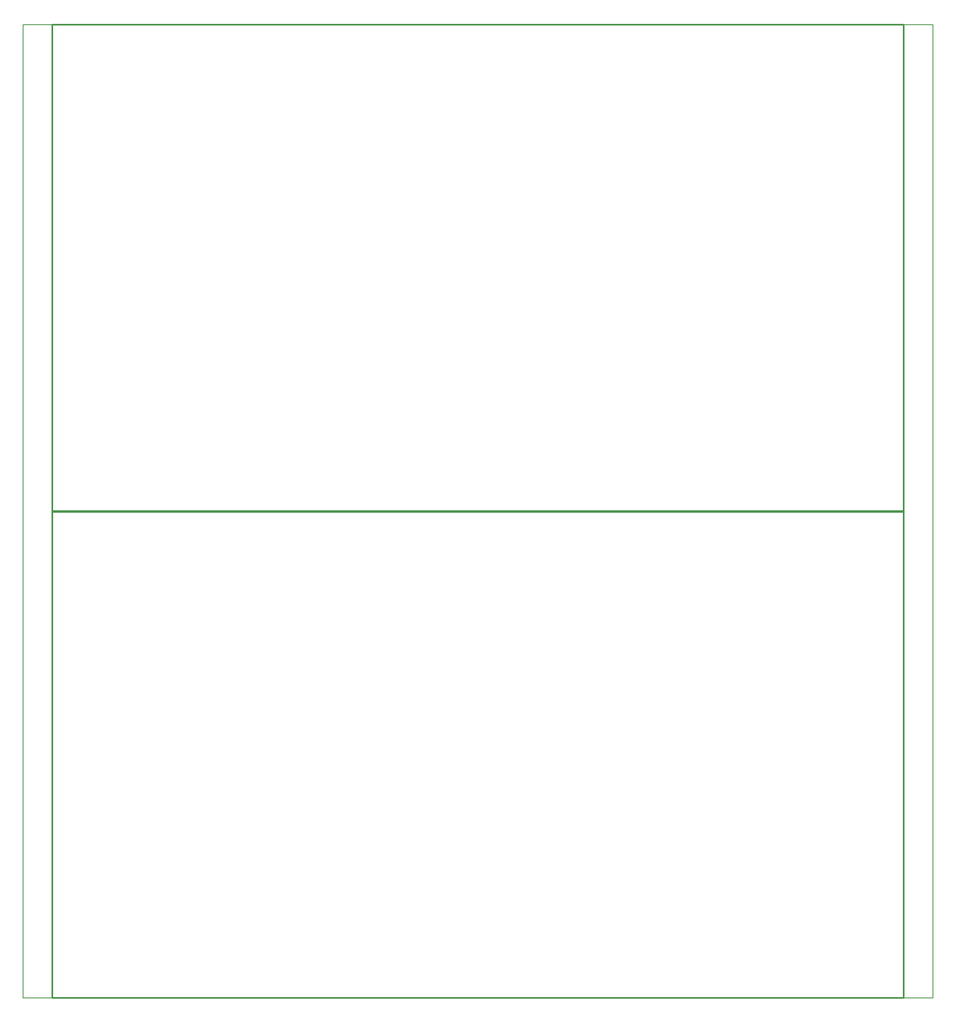
<source format=gko>
%FSLAX44Y44*%
%MOMM*%
G71*
G01*
G75*
G04 Layer_Color=16711935*
%ADD10C,1.5000*%
%ADD11R,5.2500X1.0000*%
%ADD12R,1.0000X0.9000*%
%ADD13R,0.9000X1.0000*%
%ADD14R,1.3000X0.6000*%
%ADD15R,2.0000X2.2000*%
%ADD16R,1.0000X1.6000*%
%ADD17R,1.8000X1.6000*%
%ADD18R,4.0000X3.0000*%
%ADD19R,10.4000X10.5000*%
%ADD20R,3.5000X1.1000*%
%ADD21R,5.0000X3.0000*%
%ADD22R,1.5000X1.0000*%
%ADD23R,5.7000X2.5000*%
%ADD24R,1.6000X3.0000*%
%ADD25R,2.5000X5.7000*%
%ADD26R,1.0000X1.5000*%
%ADD27R,3.2000X1.6000*%
%ADD28R,0.9000X1.5000*%
%ADD29R,0.6800X1.3000*%
%ADD30R,6.2300X5.2500*%
%ADD31R,10.3000X5.2500*%
%ADD32R,1.6000X0.5000*%
%ADD33R,0.5000X1.6000*%
%ADD34R,2.2000X2.0000*%
%ADD35R,2.1000X1.8500*%
%ADD36R,1.5000X0.9000*%
%ADD37R,1.5000X1.3000*%
G04:AMPARAMS|DCode=38|XSize=2mm|YSize=3.4mm|CornerRadius=0mm|HoleSize=0mm|Usage=FLASHONLY|Rotation=180.000|XOffset=0mm|YOffset=0mm|HoleType=Round|Shape=Octagon|*
%AMOCTAGOND38*
4,1,8,0.5000,-1.7000,-0.5000,-1.7000,-1.0000,-1.2000,-1.0000,1.2000,-0.5000,1.7000,0.5000,1.7000,1.0000,1.2000,1.0000,-1.2000,0.5000,-1.7000,0.0*
%
%ADD38OCTAGOND38*%

%ADD39R,0.6000X1.6000*%
%ADD40R,0.7000X2.0000*%
%ADD41R,4.6000X4.7000*%
%ADD42R,0.6000X0.9000*%
%ADD43C,0.6000*%
%ADD44C,0.5000*%
%ADD45C,0.4000*%
%ADD46C,1.0000*%
%ADD47C,2.0000*%
%ADD48C,1.2000*%
%ADD49C,1.5000*%
%ADD50C,1.3000*%
%ADD51R,3.8000X1.6000*%
%ADD52R,3.8000X2.0000*%
%ADD53R,10.8000X4.1000*%
%ADD54R,3.6000X2.6000*%
%ADD55R,3.6000X2.4000*%
%ADD56R,3.6000X2.4000*%
%ADD57R,10.7000X4.4000*%
%ADD58R,2.0000X2.0000*%
%ADD59C,2.4000*%
%ADD60C,4.7600*%
%ADD61R,1.6900X1.6900*%
%ADD62C,1.6900*%
%ADD63C,2.5000*%
%ADD64C,2.0000*%
%ADD65R,1.6000X1.6000*%
%ADD66C,1.6000*%
%ADD67O,2.6000X3.0000*%
%ADD68O,3.0000X2.6000*%
%ADD69C,8.0000*%
%ADD70O,1.0000X2.0000*%
%ADD71O,1.0000X2.0000*%
%ADD72C,1.2700*%
%ADD73C,1.2000*%
%ADD74C,1.0000*%
%ADD75R,8.3000X3.0000*%
%ADD76R,11.4000X5.8000*%
%ADD77R,11.3000X5.8000*%
%ADD78R,8.7000X3.0000*%
%ADD79R,7.8000X6.1000*%
%ADD80R,8.2000X3.4000*%
%ADD81R,8.8000X2.5000*%
%ADD82R,5.0000X5.6000*%
%ADD83R,2.1000X14.7000*%
%ADD84R,1.9000X15.7000*%
%ADD85R,5.2000X5.1000*%
%ADD86R,5.2000X9.5000*%
%ADD87R,12.2000X5.4000*%
%ADD88R,11.0000X4.2000*%
%ADD89R,3.7000X0.8000*%
%ADD90R,5.5000X0.6000*%
%ADD91R,1.6000X0.3000*%
%ADD92C,0.2000*%
%ADD93C,0.2500*%
%ADD94C,0.2540*%
%ADD95C,0.1500*%
%ADD96R,0.9000X0.6000*%
%ADD97C,1.7000*%
%ADD98R,5.4500X1.2000*%
%ADD99R,1.2000X1.1000*%
%ADD100R,1.1000X1.2000*%
%ADD101R,1.5000X0.8000*%
%ADD102R,2.2000X2.4000*%
%ADD103R,1.2000X1.8000*%
%ADD104R,2.0000X1.8000*%
%ADD105R,4.2000X3.2000*%
%ADD106R,10.6000X10.7000*%
%ADD107R,3.7000X1.3000*%
%ADD108R,5.2000X3.2000*%
%ADD109R,1.7000X1.2000*%
%ADD110R,5.9000X2.7000*%
%ADD111R,1.8000X3.2000*%
%ADD112R,2.7000X5.9000*%
%ADD113R,1.2000X1.7000*%
%ADD114R,3.4000X1.8000*%
%ADD115R,1.1000X1.7000*%
%ADD116R,0.8800X1.5000*%
%ADD117R,6.4300X5.4500*%
%ADD118R,10.5000X5.4500*%
%ADD119R,1.8000X0.7000*%
%ADD120R,0.7000X1.8000*%
%ADD121R,2.4000X2.2000*%
%ADD122R,2.3000X2.0500*%
%ADD123R,1.7000X1.1000*%
%ADD124R,1.7000X1.5000*%
G04:AMPARAMS|DCode=125|XSize=2.2mm|YSize=3.6mm|CornerRadius=0mm|HoleSize=0mm|Usage=FLASHONLY|Rotation=180.000|XOffset=0mm|YOffset=0mm|HoleType=Round|Shape=Octagon|*
%AMOCTAGOND125*
4,1,8,0.5500,-1.8000,-0.5500,-1.8000,-1.1000,-1.2500,-1.1000,1.2500,-0.5500,1.8000,0.5500,1.8000,1.1000,1.2500,1.1000,-1.2500,0.5500,-1.8000,0.0*
%
%ADD125OCTAGOND125*%

%ADD126R,0.8000X1.8000*%
%ADD127R,0.9000X2.2000*%
%ADD128R,0.8000X1.1000*%
%ADD129C,1.9000*%
%ADD130R,4.7500X4.8500*%
%ADD131R,0.7500X1.0500*%
%ADD132R,2.2032X2.2032*%
%ADD133C,2.6032*%
%ADD134C,2.5000*%
%ADD135C,4.9600*%
%ADD136R,1.8900X1.8900*%
%ADD137C,1.8900*%
%ADD138C,2.7000*%
%ADD139C,2.2000*%
%ADD140R,1.8000X1.8000*%
%ADD141C,1.8000*%
%ADD142O,2.8000X3.2000*%
%ADD143O,3.2000X2.8000*%
%ADD144C,8.2000*%
%ADD145O,1.2000X2.2000*%
%ADD146O,1.2000X2.2000*%
%ADD147C,0.1000*%
%ADD148C,0.3000*%
D92*
X1750000Y0D02*
Y2002000D01*
X0Y0D02*
Y2002000D01*
X-60000Y0D02*
Y2002000D01*
X1810000D01*
Y0D02*
Y2002000D01*
X-60000Y0D02*
X1810000D01*
D147*
X0Y1000000D02*
X1750000D01*
X0Y1002000D02*
X1750000D01*
D148*
X0Y0D02*
Y1000000D01*
X1750000D01*
Y0D02*
Y1000000D01*
X0Y0D02*
X1750000D01*
X0Y1002000D02*
Y2002000D01*
X1750000D01*
Y1002000D02*
Y2002000D01*
X0Y1002000D02*
X1750000D01*
M02*

</source>
